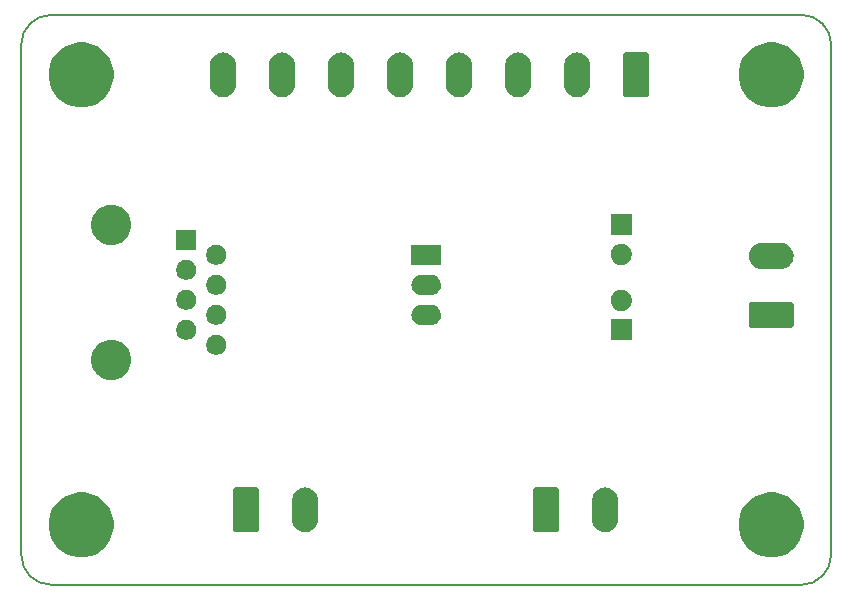
<source format=gbr>
G04 #@! TF.GenerationSoftware,KiCad,Pcbnew,(5.1.4)*
G04 #@! TF.CreationDate,2020-02-25T01:22:36-06:00*
G04 #@! TF.ProjectId,gate board,67617465-2062-46f6-9172-642e6b696361,rev?*
G04 #@! TF.SameCoordinates,Original*
G04 #@! TF.FileFunction,Soldermask,Bot*
G04 #@! TF.FilePolarity,Negative*
%FSLAX46Y46*%
G04 Gerber Fmt 4.6, Leading zero omitted, Abs format (unit mm)*
G04 Created by KiCad (PCBNEW (5.1.4)) date 2020-02-25 01:22:36*
%MOMM*%
%LPD*%
G04 APERTURE LIST*
%ADD10C,0.150000*%
%ADD11C,0.100000*%
G04 APERTURE END LIST*
D10*
X85090000Y-58420000D02*
G75*
G02X82550000Y-60960000I-2540000J0D01*
G01*
X19050000Y-60960000D02*
G75*
G02X16510000Y-58420000I0J2540000D01*
G01*
X16510000Y-15240000D02*
G75*
G02X19050000Y-12700000I2540000J0D01*
G01*
X82550000Y-12700000D02*
G75*
G02X85090000Y-15240000I0J-2540000D01*
G01*
X16510000Y-58420000D02*
X16510000Y-15240000D01*
X82550000Y-60960000D02*
X19050000Y-60960000D01*
X85090000Y-15240000D02*
X85090000Y-58420000D01*
X19050000Y-12700000D02*
X82550000Y-12700000D01*
D11*
G36*
X80812144Y-53235680D02*
G01*
X81312612Y-53442981D01*
X81312613Y-53442982D01*
X81763023Y-53743936D01*
X82146064Y-54126977D01*
X82146065Y-54126979D01*
X82447019Y-54577388D01*
X82654320Y-55077856D01*
X82760000Y-55609147D01*
X82760000Y-56150853D01*
X82654320Y-56682144D01*
X82447019Y-57182612D01*
X82447018Y-57182613D01*
X82146064Y-57633023D01*
X81763023Y-58016064D01*
X81536288Y-58167563D01*
X81312612Y-58317019D01*
X80812144Y-58524320D01*
X80280853Y-58630000D01*
X79739147Y-58630000D01*
X79207856Y-58524320D01*
X78707388Y-58317019D01*
X78483712Y-58167563D01*
X78256977Y-58016064D01*
X77873936Y-57633023D01*
X77572982Y-57182613D01*
X77572981Y-57182612D01*
X77365680Y-56682144D01*
X77260000Y-56150853D01*
X77260000Y-55609147D01*
X77365680Y-55077856D01*
X77572981Y-54577388D01*
X77873935Y-54126979D01*
X77873936Y-54126977D01*
X78256977Y-53743936D01*
X78707387Y-53442982D01*
X78707388Y-53442981D01*
X79207856Y-53235680D01*
X79739147Y-53130000D01*
X80280853Y-53130000D01*
X80812144Y-53235680D01*
X80812144Y-53235680D01*
G37*
G36*
X22392144Y-53235680D02*
G01*
X22892612Y-53442981D01*
X22892613Y-53442982D01*
X23343023Y-53743936D01*
X23726064Y-54126977D01*
X23726065Y-54126979D01*
X24027019Y-54577388D01*
X24234320Y-55077856D01*
X24340000Y-55609147D01*
X24340000Y-56150853D01*
X24234320Y-56682144D01*
X24027019Y-57182612D01*
X24027018Y-57182613D01*
X23726064Y-57633023D01*
X23343023Y-58016064D01*
X23116288Y-58167563D01*
X22892612Y-58317019D01*
X22392144Y-58524320D01*
X21860853Y-58630000D01*
X21319147Y-58630000D01*
X20787856Y-58524320D01*
X20287388Y-58317019D01*
X20063712Y-58167563D01*
X19836977Y-58016064D01*
X19453936Y-57633023D01*
X19152982Y-57182613D01*
X19152981Y-57182612D01*
X18945680Y-56682144D01*
X18840000Y-56150853D01*
X18840000Y-55609147D01*
X18945680Y-55077856D01*
X19152981Y-54577388D01*
X19453935Y-54126979D01*
X19453936Y-54126977D01*
X19836977Y-53743936D01*
X20287387Y-53442982D01*
X20287388Y-53442981D01*
X20787856Y-53235680D01*
X21319147Y-53130000D01*
X21860853Y-53130000D01*
X22392144Y-53235680D01*
X22392144Y-53235680D01*
G37*
G36*
X66175637Y-52725916D02*
G01*
X66244754Y-52746883D01*
X66382989Y-52788816D01*
X66574081Y-52890956D01*
X66574082Y-52890957D01*
X66574084Y-52890958D01*
X66741581Y-53028419D01*
X66879042Y-53195916D01*
X66879044Y-53195919D01*
X66981184Y-53387010D01*
X67044084Y-53594363D01*
X67060000Y-53755962D01*
X67060000Y-55464038D01*
X67044084Y-55625637D01*
X66981184Y-55832990D01*
X66879044Y-56024081D01*
X66879042Y-56024084D01*
X66741581Y-56191581D01*
X66574084Y-56329042D01*
X66574082Y-56329043D01*
X66574081Y-56329044D01*
X66382990Y-56431184D01*
X66275951Y-56463654D01*
X66175638Y-56494084D01*
X65960000Y-56515322D01*
X65744363Y-56494084D01*
X65644050Y-56463654D01*
X65537011Y-56431184D01*
X65345920Y-56329044D01*
X65345919Y-56329043D01*
X65345917Y-56329042D01*
X65178420Y-56191581D01*
X65040959Y-56024084D01*
X65040957Y-56024081D01*
X64938817Y-55832990D01*
X64875916Y-55625637D01*
X64860000Y-55464038D01*
X64860000Y-53755963D01*
X64875916Y-53594364D01*
X64875917Y-53594362D01*
X64896883Y-53525246D01*
X64938816Y-53387011D01*
X65040956Y-53195919D01*
X65040958Y-53195916D01*
X65178419Y-53028419D01*
X65345916Y-52890958D01*
X65345918Y-52890957D01*
X65345919Y-52890956D01*
X65537010Y-52788816D01*
X65675245Y-52746883D01*
X65744362Y-52725916D01*
X65960000Y-52704678D01*
X66175637Y-52725916D01*
X66175637Y-52725916D01*
G37*
G36*
X40775637Y-52725916D02*
G01*
X40844754Y-52746883D01*
X40982989Y-52788816D01*
X41174081Y-52890956D01*
X41174082Y-52890957D01*
X41174084Y-52890958D01*
X41341581Y-53028419D01*
X41479042Y-53195916D01*
X41479044Y-53195919D01*
X41581184Y-53387010D01*
X41644084Y-53594363D01*
X41660000Y-53755962D01*
X41660000Y-55464038D01*
X41644084Y-55625637D01*
X41581184Y-55832990D01*
X41479044Y-56024081D01*
X41479042Y-56024084D01*
X41341581Y-56191581D01*
X41174084Y-56329042D01*
X41174082Y-56329043D01*
X41174081Y-56329044D01*
X40982990Y-56431184D01*
X40875951Y-56463654D01*
X40775638Y-56494084D01*
X40560000Y-56515322D01*
X40344363Y-56494084D01*
X40244050Y-56463654D01*
X40137011Y-56431184D01*
X39945920Y-56329044D01*
X39945919Y-56329043D01*
X39945917Y-56329042D01*
X39778420Y-56191581D01*
X39640959Y-56024084D01*
X39640957Y-56024081D01*
X39538817Y-55832990D01*
X39475916Y-55625637D01*
X39460000Y-55464038D01*
X39460000Y-53755963D01*
X39475916Y-53594364D01*
X39475917Y-53594362D01*
X39496883Y-53525246D01*
X39538816Y-53387011D01*
X39640956Y-53195919D01*
X39640958Y-53195916D01*
X39778419Y-53028419D01*
X39945916Y-52890958D01*
X39945918Y-52890957D01*
X39945919Y-52890956D01*
X40137010Y-52788816D01*
X40275245Y-52746883D01*
X40344362Y-52725916D01*
X40560000Y-52704678D01*
X40775637Y-52725916D01*
X40775637Y-52725916D01*
G37*
G36*
X36468785Y-52714800D02*
G01*
X36513292Y-52728302D01*
X36554316Y-52750229D01*
X36590266Y-52779734D01*
X36619771Y-52815684D01*
X36641698Y-52856708D01*
X36655200Y-52901215D01*
X36660000Y-52949954D01*
X36660000Y-56270046D01*
X36655200Y-56318785D01*
X36641698Y-56363292D01*
X36619771Y-56404316D01*
X36590266Y-56440266D01*
X36554316Y-56469771D01*
X36513292Y-56491698D01*
X36468785Y-56505200D01*
X36420046Y-56510000D01*
X34699954Y-56510000D01*
X34651215Y-56505200D01*
X34606708Y-56491698D01*
X34565684Y-56469771D01*
X34529734Y-56440266D01*
X34500229Y-56404316D01*
X34478302Y-56363292D01*
X34464800Y-56318785D01*
X34460000Y-56270046D01*
X34460000Y-52949954D01*
X34464800Y-52901215D01*
X34478302Y-52856708D01*
X34500229Y-52815684D01*
X34529734Y-52779734D01*
X34565684Y-52750229D01*
X34606708Y-52728302D01*
X34651215Y-52714800D01*
X34699954Y-52710000D01*
X36420046Y-52710000D01*
X36468785Y-52714800D01*
X36468785Y-52714800D01*
G37*
G36*
X61868785Y-52714800D02*
G01*
X61913292Y-52728302D01*
X61954316Y-52750229D01*
X61990266Y-52779734D01*
X62019771Y-52815684D01*
X62041698Y-52856708D01*
X62055200Y-52901215D01*
X62060000Y-52949954D01*
X62060000Y-56270046D01*
X62055200Y-56318785D01*
X62041698Y-56363292D01*
X62019771Y-56404316D01*
X61990266Y-56440266D01*
X61954316Y-56469771D01*
X61913292Y-56491698D01*
X61868785Y-56505200D01*
X61820046Y-56510000D01*
X60099954Y-56510000D01*
X60051215Y-56505200D01*
X60006708Y-56491698D01*
X59965684Y-56469771D01*
X59929734Y-56440266D01*
X59900229Y-56404316D01*
X59878302Y-56363292D01*
X59864800Y-56318785D01*
X59860000Y-56270046D01*
X59860000Y-52949954D01*
X59864800Y-52901215D01*
X59878302Y-52856708D01*
X59900229Y-52815684D01*
X59929734Y-52779734D01*
X59965684Y-52750229D01*
X60006708Y-52728302D01*
X60051215Y-52714800D01*
X60099954Y-52710000D01*
X61820046Y-52710000D01*
X61868785Y-52714800D01*
X61868785Y-52714800D01*
G37*
G36*
X24435054Y-40237374D02*
G01*
X24625872Y-40275330D01*
X24935252Y-40403479D01*
X25213687Y-40589523D01*
X25450477Y-40826313D01*
X25636521Y-41104748D01*
X25764670Y-41414128D01*
X25830000Y-41742565D01*
X25830000Y-42077435D01*
X25764670Y-42405872D01*
X25636521Y-42715252D01*
X25450477Y-42993687D01*
X25213687Y-43230477D01*
X24935252Y-43416521D01*
X24625872Y-43544670D01*
X24461654Y-43577335D01*
X24297437Y-43610000D01*
X23962563Y-43610000D01*
X23798346Y-43577335D01*
X23634128Y-43544670D01*
X23324748Y-43416521D01*
X23046313Y-43230477D01*
X22809523Y-42993687D01*
X22623479Y-42715252D01*
X22495330Y-42405872D01*
X22430000Y-42077435D01*
X22430000Y-41742565D01*
X22495330Y-41414128D01*
X22623479Y-41104748D01*
X22809523Y-40826313D01*
X23046313Y-40589523D01*
X23324748Y-40403479D01*
X23634128Y-40275330D01*
X23824946Y-40237374D01*
X23962563Y-40210000D01*
X24297437Y-40210000D01*
X24435054Y-40237374D01*
X24435054Y-40237374D01*
G37*
G36*
X33267934Y-39822664D02*
G01*
X33422625Y-39886739D01*
X33422626Y-39886740D01*
X33561844Y-39979762D01*
X33680238Y-40098156D01*
X33727065Y-40168238D01*
X33773261Y-40237375D01*
X33837336Y-40392066D01*
X33870000Y-40556281D01*
X33870000Y-40723719D01*
X33837336Y-40887934D01*
X33773261Y-41042625D01*
X33773260Y-41042626D01*
X33680238Y-41181844D01*
X33561844Y-41300238D01*
X33491762Y-41347065D01*
X33422625Y-41393261D01*
X33267934Y-41457336D01*
X33103719Y-41490000D01*
X32936281Y-41490000D01*
X32772066Y-41457336D01*
X32617375Y-41393261D01*
X32548238Y-41347065D01*
X32478156Y-41300238D01*
X32359762Y-41181844D01*
X32266740Y-41042626D01*
X32266739Y-41042625D01*
X32202664Y-40887934D01*
X32170000Y-40723719D01*
X32170000Y-40556281D01*
X32202664Y-40392066D01*
X32266739Y-40237375D01*
X32312935Y-40168238D01*
X32359762Y-40098156D01*
X32478156Y-39979762D01*
X32617374Y-39886740D01*
X32617375Y-39886739D01*
X32772066Y-39822664D01*
X32936281Y-39790000D01*
X33103719Y-39790000D01*
X33267934Y-39822664D01*
X33267934Y-39822664D01*
G37*
G36*
X68210000Y-40270000D02*
G01*
X66410000Y-40270000D01*
X66410000Y-38470000D01*
X68210000Y-38470000D01*
X68210000Y-40270000D01*
X68210000Y-40270000D01*
G37*
G36*
X30727934Y-38552664D02*
G01*
X30882625Y-38616739D01*
X30882626Y-38616740D01*
X31021844Y-38709762D01*
X31140238Y-38828156D01*
X31180957Y-38889096D01*
X31233261Y-38967375D01*
X31297336Y-39122066D01*
X31330000Y-39286281D01*
X31330000Y-39453719D01*
X31297336Y-39617934D01*
X31233261Y-39772625D01*
X31233260Y-39772626D01*
X31140238Y-39911844D01*
X31021844Y-40030238D01*
X30951762Y-40077065D01*
X30882625Y-40123261D01*
X30727934Y-40187336D01*
X30563719Y-40220000D01*
X30396281Y-40220000D01*
X30232066Y-40187336D01*
X30077375Y-40123261D01*
X30008238Y-40077065D01*
X29938156Y-40030238D01*
X29819762Y-39911844D01*
X29726740Y-39772626D01*
X29726739Y-39772625D01*
X29662664Y-39617934D01*
X29630000Y-39453719D01*
X29630000Y-39286281D01*
X29662664Y-39122066D01*
X29726739Y-38967375D01*
X29779043Y-38889096D01*
X29819762Y-38828156D01*
X29938156Y-38709762D01*
X30077374Y-38616740D01*
X30077375Y-38616739D01*
X30232066Y-38552664D01*
X30396281Y-38520000D01*
X30563719Y-38520000D01*
X30727934Y-38552664D01*
X30727934Y-38552664D01*
G37*
G36*
X81718785Y-37004800D02*
G01*
X81763292Y-37018302D01*
X81804316Y-37040229D01*
X81840266Y-37069734D01*
X81869771Y-37105684D01*
X81891698Y-37146708D01*
X81905200Y-37191215D01*
X81910000Y-37239954D01*
X81910000Y-38960046D01*
X81905200Y-39008785D01*
X81891698Y-39053292D01*
X81869771Y-39094316D01*
X81840266Y-39130266D01*
X81804316Y-39159771D01*
X81763292Y-39181698D01*
X81718785Y-39195200D01*
X81670046Y-39200000D01*
X78349954Y-39200000D01*
X78301215Y-39195200D01*
X78256708Y-39181698D01*
X78215684Y-39159771D01*
X78179734Y-39130266D01*
X78150229Y-39094316D01*
X78128302Y-39053292D01*
X78114800Y-39008785D01*
X78110000Y-38960046D01*
X78110000Y-37239954D01*
X78114800Y-37191215D01*
X78128302Y-37146708D01*
X78150229Y-37105684D01*
X78179734Y-37069734D01*
X78215684Y-37040229D01*
X78256708Y-37018302D01*
X78301215Y-37004800D01*
X78349954Y-37000000D01*
X81670046Y-37000000D01*
X81718785Y-37004800D01*
X81718785Y-37004800D01*
G37*
G36*
X51366629Y-37262299D02*
G01*
X51461066Y-37290946D01*
X51526855Y-37310903D01*
X51562452Y-37329930D01*
X51674518Y-37389830D01*
X51803948Y-37496052D01*
X51910170Y-37625482D01*
X51948597Y-37697375D01*
X51989097Y-37773145D01*
X52009054Y-37838934D01*
X52037701Y-37933371D01*
X52054112Y-38100000D01*
X52037701Y-38266629D01*
X52013037Y-38347934D01*
X51989097Y-38426855D01*
X51989096Y-38426856D01*
X51910170Y-38574518D01*
X51803948Y-38703948D01*
X51674518Y-38810170D01*
X51593901Y-38853260D01*
X51526855Y-38889097D01*
X51461066Y-38909054D01*
X51366629Y-38937701D01*
X51241753Y-38950000D01*
X50358247Y-38950000D01*
X50233371Y-38937701D01*
X50138934Y-38909054D01*
X50073145Y-38889097D01*
X50006099Y-38853260D01*
X49925482Y-38810170D01*
X49796052Y-38703948D01*
X49689830Y-38574518D01*
X49610904Y-38426856D01*
X49610903Y-38426855D01*
X49586963Y-38347934D01*
X49562299Y-38266629D01*
X49545888Y-38100000D01*
X49562299Y-37933371D01*
X49590946Y-37838934D01*
X49610903Y-37773145D01*
X49651403Y-37697375D01*
X49689830Y-37625482D01*
X49796052Y-37496052D01*
X49925482Y-37389830D01*
X50037548Y-37329930D01*
X50073145Y-37310903D01*
X50138934Y-37290946D01*
X50233371Y-37262299D01*
X50358247Y-37250000D01*
X51241753Y-37250000D01*
X51366629Y-37262299D01*
X51366629Y-37262299D01*
G37*
G36*
X33267934Y-37282664D02*
G01*
X33422625Y-37346739D01*
X33422626Y-37346740D01*
X33561844Y-37439762D01*
X33680238Y-37558156D01*
X33725223Y-37625481D01*
X33773261Y-37697375D01*
X33837336Y-37852066D01*
X33870000Y-38016281D01*
X33870000Y-38183719D01*
X33837336Y-38347934D01*
X33773261Y-38502625D01*
X33773260Y-38502626D01*
X33680238Y-38641844D01*
X33561844Y-38760238D01*
X33491762Y-38807065D01*
X33422625Y-38853261D01*
X33267934Y-38917336D01*
X33103719Y-38950000D01*
X32936281Y-38950000D01*
X32772066Y-38917336D01*
X32617375Y-38853261D01*
X32548238Y-38807065D01*
X32478156Y-38760238D01*
X32359762Y-38641844D01*
X32266740Y-38502626D01*
X32266739Y-38502625D01*
X32202664Y-38347934D01*
X32170000Y-38183719D01*
X32170000Y-38016281D01*
X32202664Y-37852066D01*
X32266739Y-37697375D01*
X32314777Y-37625481D01*
X32359762Y-37558156D01*
X32478156Y-37439762D01*
X32617374Y-37346740D01*
X32617375Y-37346739D01*
X32772066Y-37282664D01*
X32936281Y-37250000D01*
X33103719Y-37250000D01*
X33267934Y-37282664D01*
X33267934Y-37282664D01*
G37*
G36*
X67514561Y-35993057D02*
G01*
X67572520Y-36004586D01*
X67736310Y-36072430D01*
X67883717Y-36170924D01*
X68009076Y-36296283D01*
X68107570Y-36443690D01*
X68107571Y-36443692D01*
X68175414Y-36607481D01*
X68210000Y-36781356D01*
X68210000Y-36958644D01*
X68198133Y-37018302D01*
X68175414Y-37132520D01*
X68107570Y-37296310D01*
X68009076Y-37443717D01*
X67883717Y-37569076D01*
X67736310Y-37667570D01*
X67572520Y-37735414D01*
X67514561Y-37746943D01*
X67398644Y-37770000D01*
X67221356Y-37770000D01*
X67105439Y-37746943D01*
X67047480Y-37735414D01*
X66883690Y-37667570D01*
X66736283Y-37569076D01*
X66610924Y-37443717D01*
X66512430Y-37296310D01*
X66444586Y-37132520D01*
X66421867Y-37018302D01*
X66410000Y-36958644D01*
X66410000Y-36781356D01*
X66444586Y-36607481D01*
X66512429Y-36443692D01*
X66512430Y-36443690D01*
X66610924Y-36296283D01*
X66736283Y-36170924D01*
X66883690Y-36072430D01*
X67047480Y-36004586D01*
X67105439Y-35993057D01*
X67221356Y-35970000D01*
X67398644Y-35970000D01*
X67514561Y-35993057D01*
X67514561Y-35993057D01*
G37*
G36*
X30727934Y-36012664D02*
G01*
X30882625Y-36076739D01*
X30882626Y-36076740D01*
X31021844Y-36169762D01*
X31140238Y-36288156D01*
X31180957Y-36349096D01*
X31233261Y-36427375D01*
X31297336Y-36582066D01*
X31330000Y-36746281D01*
X31330000Y-36913719D01*
X31297336Y-37077934D01*
X31233261Y-37232625D01*
X31233260Y-37232626D01*
X31140238Y-37371844D01*
X31021844Y-37490238D01*
X30951762Y-37537065D01*
X30882625Y-37583261D01*
X30727934Y-37647336D01*
X30563719Y-37680000D01*
X30396281Y-37680000D01*
X30232066Y-37647336D01*
X30077375Y-37583261D01*
X30008238Y-37537065D01*
X29938156Y-37490238D01*
X29819762Y-37371844D01*
X29726740Y-37232626D01*
X29726739Y-37232625D01*
X29662664Y-37077934D01*
X29630000Y-36913719D01*
X29630000Y-36746281D01*
X29662664Y-36582066D01*
X29726739Y-36427375D01*
X29779043Y-36349096D01*
X29819762Y-36288156D01*
X29938156Y-36169762D01*
X30077374Y-36076740D01*
X30077375Y-36076739D01*
X30232066Y-36012664D01*
X30396281Y-35980000D01*
X30563719Y-35980000D01*
X30727934Y-36012664D01*
X30727934Y-36012664D01*
G37*
G36*
X33267934Y-34742664D02*
G01*
X33422625Y-34806739D01*
X33422626Y-34806740D01*
X33561844Y-34899762D01*
X33680238Y-35018156D01*
X33725223Y-35085481D01*
X33773261Y-35157375D01*
X33837336Y-35312066D01*
X33870000Y-35476281D01*
X33870000Y-35643719D01*
X33837336Y-35807934D01*
X33773261Y-35962625D01*
X33739826Y-36012664D01*
X33680238Y-36101844D01*
X33561844Y-36220238D01*
X33491762Y-36267065D01*
X33422625Y-36313261D01*
X33267934Y-36377336D01*
X33103719Y-36410000D01*
X32936281Y-36410000D01*
X32772066Y-36377336D01*
X32617375Y-36313261D01*
X32548238Y-36267065D01*
X32478156Y-36220238D01*
X32359762Y-36101844D01*
X32300174Y-36012664D01*
X32266739Y-35962625D01*
X32202664Y-35807934D01*
X32170000Y-35643719D01*
X32170000Y-35476281D01*
X32202664Y-35312066D01*
X32266739Y-35157375D01*
X32314777Y-35085481D01*
X32359762Y-35018156D01*
X32478156Y-34899762D01*
X32617374Y-34806740D01*
X32617375Y-34806739D01*
X32772066Y-34742664D01*
X32936281Y-34710000D01*
X33103719Y-34710000D01*
X33267934Y-34742664D01*
X33267934Y-34742664D01*
G37*
G36*
X51366629Y-34722299D02*
G01*
X51461066Y-34750946D01*
X51526855Y-34770903D01*
X51562452Y-34789930D01*
X51674518Y-34849830D01*
X51803948Y-34956052D01*
X51910170Y-35085482D01*
X51948597Y-35157375D01*
X51989097Y-35233145D01*
X52009054Y-35298934D01*
X52037701Y-35393371D01*
X52054112Y-35560000D01*
X52037701Y-35726629D01*
X52013037Y-35807934D01*
X51989097Y-35886855D01*
X51989096Y-35886856D01*
X51910170Y-36034518D01*
X51803948Y-36163948D01*
X51674518Y-36270170D01*
X51593901Y-36313260D01*
X51526855Y-36349097D01*
X51461066Y-36369054D01*
X51366629Y-36397701D01*
X51241753Y-36410000D01*
X50358247Y-36410000D01*
X50233371Y-36397701D01*
X50138934Y-36369054D01*
X50073145Y-36349097D01*
X50006099Y-36313260D01*
X49925482Y-36270170D01*
X49796052Y-36163948D01*
X49689830Y-36034518D01*
X49610904Y-35886856D01*
X49610903Y-35886855D01*
X49586963Y-35807934D01*
X49562299Y-35726629D01*
X49545888Y-35560000D01*
X49562299Y-35393371D01*
X49590946Y-35298934D01*
X49610903Y-35233145D01*
X49651403Y-35157375D01*
X49689830Y-35085482D01*
X49796052Y-34956052D01*
X49925482Y-34849830D01*
X50037548Y-34789930D01*
X50073145Y-34770903D01*
X50138934Y-34750946D01*
X50233371Y-34722299D01*
X50358247Y-34710000D01*
X51241753Y-34710000D01*
X51366629Y-34722299D01*
X51366629Y-34722299D01*
G37*
G36*
X30727934Y-33472664D02*
G01*
X30882625Y-33536739D01*
X30882626Y-33536740D01*
X31021844Y-33629762D01*
X31140238Y-33748156D01*
X31159892Y-33777570D01*
X31233261Y-33887375D01*
X31297336Y-34042066D01*
X31330000Y-34206281D01*
X31330000Y-34373719D01*
X31297336Y-34537934D01*
X31233261Y-34692625D01*
X31233260Y-34692626D01*
X31140238Y-34831844D01*
X31021844Y-34950238D01*
X30951762Y-34997065D01*
X30882625Y-35043261D01*
X30727934Y-35107336D01*
X30563719Y-35140000D01*
X30396281Y-35140000D01*
X30232066Y-35107336D01*
X30077375Y-35043261D01*
X30008238Y-34997065D01*
X29938156Y-34950238D01*
X29819762Y-34831844D01*
X29726740Y-34692626D01*
X29726739Y-34692625D01*
X29662664Y-34537934D01*
X29630000Y-34373719D01*
X29630000Y-34206281D01*
X29662664Y-34042066D01*
X29726739Y-33887375D01*
X29800108Y-33777570D01*
X29819762Y-33748156D01*
X29938156Y-33629762D01*
X30077374Y-33536740D01*
X30077375Y-33536739D01*
X30232066Y-33472664D01*
X30396281Y-33440000D01*
X30563719Y-33440000D01*
X30727934Y-33472664D01*
X30727934Y-33472664D01*
G37*
G36*
X80971771Y-32010611D02*
G01*
X81025638Y-32015916D01*
X81094755Y-32036883D01*
X81232990Y-32078816D01*
X81424081Y-32180956D01*
X81424082Y-32180957D01*
X81424084Y-32180958D01*
X81591581Y-32318419D01*
X81722675Y-32478158D01*
X81729044Y-32485919D01*
X81831184Y-32677010D01*
X81860018Y-32772064D01*
X81894084Y-32884362D01*
X81912234Y-33068642D01*
X81915322Y-33100000D01*
X81894084Y-33315637D01*
X81831184Y-33522990D01*
X81729044Y-33714081D01*
X81729042Y-33714084D01*
X81591581Y-33881581D01*
X81424084Y-34019042D01*
X81424082Y-34019043D01*
X81424081Y-34019044D01*
X81232990Y-34121184D01*
X81094755Y-34163117D01*
X81025638Y-34184084D01*
X80971771Y-34189389D01*
X80864038Y-34200000D01*
X79155962Y-34200000D01*
X79048229Y-34189389D01*
X78994362Y-34184084D01*
X78925245Y-34163117D01*
X78787010Y-34121184D01*
X78595919Y-34019044D01*
X78595918Y-34019043D01*
X78595916Y-34019042D01*
X78428419Y-33881581D01*
X78290958Y-33714084D01*
X78290956Y-33714081D01*
X78188816Y-33522990D01*
X78125916Y-33315637D01*
X78104678Y-33100000D01*
X78107766Y-33068642D01*
X78125916Y-32884362D01*
X78159982Y-32772064D01*
X78188816Y-32677010D01*
X78290956Y-32485919D01*
X78297325Y-32478158D01*
X78428419Y-32318419D01*
X78595916Y-32180958D01*
X78595918Y-32180957D01*
X78595919Y-32180956D01*
X78787010Y-32078816D01*
X78925245Y-32036883D01*
X78994362Y-32015916D01*
X79048229Y-32010611D01*
X79155962Y-32000000D01*
X80864038Y-32000000D01*
X80971771Y-32010611D01*
X80971771Y-32010611D01*
G37*
G36*
X67514561Y-32103057D02*
G01*
X67572520Y-32114586D01*
X67688335Y-32162558D01*
X67732757Y-32180958D01*
X67736310Y-32182430D01*
X67883717Y-32280924D01*
X68009076Y-32406283D01*
X68107570Y-32553690D01*
X68158652Y-32677012D01*
X68175414Y-32717481D01*
X68208609Y-32884362D01*
X68210000Y-32891358D01*
X68210000Y-33068642D01*
X68175414Y-33242520D01*
X68107570Y-33406310D01*
X68009076Y-33553717D01*
X67883717Y-33679076D01*
X67736310Y-33777570D01*
X67572520Y-33845414D01*
X67514561Y-33856943D01*
X67398644Y-33880000D01*
X67221356Y-33880000D01*
X67105439Y-33856943D01*
X67047480Y-33845414D01*
X66883690Y-33777570D01*
X66736283Y-33679076D01*
X66610924Y-33553717D01*
X66512430Y-33406310D01*
X66444586Y-33242520D01*
X66410000Y-33068642D01*
X66410000Y-32891358D01*
X66411392Y-32884362D01*
X66444586Y-32717481D01*
X66461349Y-32677012D01*
X66512430Y-32553690D01*
X66610924Y-32406283D01*
X66736283Y-32280924D01*
X66883690Y-32182430D01*
X66887244Y-32180958D01*
X66931665Y-32162558D01*
X67047480Y-32114586D01*
X67105439Y-32103057D01*
X67221356Y-32080000D01*
X67398644Y-32080000D01*
X67514561Y-32103057D01*
X67514561Y-32103057D01*
G37*
G36*
X33267934Y-32202664D02*
G01*
X33422625Y-32266739D01*
X33443854Y-32280924D01*
X33561844Y-32359762D01*
X33680238Y-32478156D01*
X33680239Y-32478158D01*
X33773261Y-32617375D01*
X33837336Y-32772066D01*
X33870000Y-32936281D01*
X33870000Y-33103719D01*
X33837336Y-33267934D01*
X33773261Y-33422625D01*
X33773260Y-33422626D01*
X33680238Y-33561844D01*
X33561844Y-33680238D01*
X33491762Y-33727065D01*
X33422625Y-33773261D01*
X33267934Y-33837336D01*
X33103719Y-33870000D01*
X32936281Y-33870000D01*
X32772066Y-33837336D01*
X32617375Y-33773261D01*
X32548238Y-33727065D01*
X32478156Y-33680238D01*
X32359762Y-33561844D01*
X32266740Y-33422626D01*
X32266739Y-33422625D01*
X32202664Y-33267934D01*
X32170000Y-33103719D01*
X32170000Y-32936281D01*
X32202664Y-32772066D01*
X32266739Y-32617375D01*
X32359761Y-32478158D01*
X32359762Y-32478156D01*
X32478156Y-32359762D01*
X32596146Y-32280924D01*
X32617375Y-32266739D01*
X32772066Y-32202664D01*
X32936281Y-32170000D01*
X33103719Y-32170000D01*
X33267934Y-32202664D01*
X33267934Y-32202664D01*
G37*
G36*
X52050000Y-33870000D02*
G01*
X49550000Y-33870000D01*
X49550000Y-32170000D01*
X52050000Y-32170000D01*
X52050000Y-33870000D01*
X52050000Y-33870000D01*
G37*
G36*
X31330000Y-32600000D02*
G01*
X29630000Y-32600000D01*
X29630000Y-30900000D01*
X31330000Y-30900000D01*
X31330000Y-32600000D01*
X31330000Y-32600000D01*
G37*
G36*
X24461653Y-28812665D02*
G01*
X24625872Y-28845330D01*
X24935252Y-28973479D01*
X25213687Y-29159523D01*
X25450477Y-29396313D01*
X25636521Y-29674748D01*
X25764670Y-29984128D01*
X25830000Y-30312565D01*
X25830000Y-30647435D01*
X25764670Y-30975872D01*
X25636521Y-31285252D01*
X25450477Y-31563687D01*
X25213687Y-31800477D01*
X24935252Y-31986521D01*
X24625872Y-32114670D01*
X24461653Y-32147335D01*
X24297437Y-32180000D01*
X23962563Y-32180000D01*
X23798347Y-32147335D01*
X23634128Y-32114670D01*
X23324748Y-31986521D01*
X23046313Y-31800477D01*
X22809523Y-31563687D01*
X22623479Y-31285252D01*
X22495330Y-30975872D01*
X22430000Y-30647435D01*
X22430000Y-30312565D01*
X22495330Y-29984128D01*
X22623479Y-29674748D01*
X22809523Y-29396313D01*
X23046313Y-29159523D01*
X23324748Y-28973479D01*
X23634128Y-28845330D01*
X23798347Y-28812665D01*
X23962563Y-28780000D01*
X24297437Y-28780000D01*
X24461653Y-28812665D01*
X24461653Y-28812665D01*
G37*
G36*
X68210000Y-31380000D02*
G01*
X66410000Y-31380000D01*
X66410000Y-29580000D01*
X68210000Y-29580000D01*
X68210000Y-31380000D01*
X68210000Y-31380000D01*
G37*
G36*
X80812144Y-15135680D02*
G01*
X81312612Y-15342981D01*
X81312613Y-15342982D01*
X81763023Y-15643936D01*
X82146064Y-16026977D01*
X82146065Y-16026979D01*
X82447019Y-16477388D01*
X82654320Y-16977856D01*
X82760000Y-17509147D01*
X82760000Y-18050853D01*
X82654320Y-18582144D01*
X82447019Y-19082612D01*
X82447018Y-19082613D01*
X82146064Y-19533023D01*
X81763023Y-19916064D01*
X81536288Y-20067563D01*
X81312612Y-20217019D01*
X80812144Y-20424320D01*
X80280853Y-20530000D01*
X79739147Y-20530000D01*
X79207856Y-20424320D01*
X78707388Y-20217019D01*
X78483712Y-20067563D01*
X78256977Y-19916064D01*
X77873936Y-19533023D01*
X77572982Y-19082613D01*
X77572981Y-19082612D01*
X77365680Y-18582144D01*
X77260000Y-18050853D01*
X77260000Y-17509147D01*
X77365680Y-16977856D01*
X77572981Y-16477388D01*
X77873935Y-16026979D01*
X77873936Y-16026977D01*
X78256977Y-15643936D01*
X78707387Y-15342982D01*
X78707388Y-15342981D01*
X79207856Y-15135680D01*
X79739147Y-15030000D01*
X80280853Y-15030000D01*
X80812144Y-15135680D01*
X80812144Y-15135680D01*
G37*
G36*
X22392144Y-15135680D02*
G01*
X22892612Y-15342981D01*
X22892613Y-15342982D01*
X23343023Y-15643936D01*
X23726064Y-16026977D01*
X23726065Y-16026979D01*
X24027019Y-16477388D01*
X24234320Y-16977856D01*
X24340000Y-17509147D01*
X24340000Y-18050853D01*
X24234320Y-18582144D01*
X24027019Y-19082612D01*
X24027018Y-19082613D01*
X23726064Y-19533023D01*
X23343023Y-19916064D01*
X23116288Y-20067563D01*
X22892612Y-20217019D01*
X22392144Y-20424320D01*
X21860853Y-20530000D01*
X21319147Y-20530000D01*
X20787856Y-20424320D01*
X20287388Y-20217019D01*
X20063712Y-20067563D01*
X19836977Y-19916064D01*
X19453936Y-19533023D01*
X19152982Y-19082613D01*
X19152981Y-19082612D01*
X18945680Y-18582144D01*
X18840000Y-18050853D01*
X18840000Y-17509147D01*
X18945680Y-16977856D01*
X19152981Y-16477388D01*
X19453935Y-16026979D01*
X19453936Y-16026977D01*
X19836977Y-15643936D01*
X20287387Y-15342982D01*
X20287388Y-15342981D01*
X20787856Y-15135680D01*
X21319147Y-15030000D01*
X21860853Y-15030000D01*
X22392144Y-15135680D01*
X22392144Y-15135680D01*
G37*
G36*
X43795638Y-15895916D02*
G01*
X43864755Y-15916883D01*
X44002990Y-15958816D01*
X44194081Y-16060956D01*
X44194082Y-16060957D01*
X44194084Y-16060958D01*
X44361581Y-16198419D01*
X44499042Y-16365916D01*
X44499044Y-16365919D01*
X44601184Y-16557010D01*
X44664084Y-16764363D01*
X44680000Y-16925962D01*
X44680000Y-18634038D01*
X44664084Y-18795637D01*
X44601184Y-19002990D01*
X44499044Y-19194081D01*
X44499042Y-19194084D01*
X44361581Y-19361581D01*
X44194084Y-19499042D01*
X44194082Y-19499043D01*
X44194081Y-19499044D01*
X44002989Y-19601184D01*
X43895950Y-19633654D01*
X43795637Y-19664084D01*
X43580000Y-19685322D01*
X43364362Y-19664084D01*
X43264049Y-19633654D01*
X43157010Y-19601184D01*
X42965919Y-19499044D01*
X42965918Y-19499043D01*
X42965916Y-19499042D01*
X42798419Y-19361581D01*
X42660958Y-19194084D01*
X42601376Y-19082613D01*
X42558816Y-19002989D01*
X42516883Y-18864754D01*
X42495916Y-18795637D01*
X42480000Y-18634035D01*
X42480000Y-16925964D01*
X42495916Y-16764362D01*
X42516883Y-16695245D01*
X42558817Y-16557010D01*
X42660957Y-16365919D01*
X42660959Y-16365916D01*
X42798420Y-16198419D01*
X42965917Y-16060958D01*
X42965919Y-16060957D01*
X42965920Y-16060956D01*
X43157011Y-15958816D01*
X43295246Y-15916883D01*
X43364363Y-15895916D01*
X43580000Y-15874678D01*
X43795638Y-15895916D01*
X43795638Y-15895916D01*
G37*
G36*
X63795638Y-15895916D02*
G01*
X63864755Y-15916883D01*
X64002990Y-15958816D01*
X64194081Y-16060956D01*
X64194082Y-16060957D01*
X64194084Y-16060958D01*
X64361581Y-16198419D01*
X64499042Y-16365916D01*
X64499044Y-16365919D01*
X64601184Y-16557010D01*
X64664084Y-16764363D01*
X64680000Y-16925962D01*
X64680000Y-18634038D01*
X64664084Y-18795637D01*
X64601184Y-19002990D01*
X64499044Y-19194081D01*
X64499042Y-19194084D01*
X64361581Y-19361581D01*
X64194084Y-19499042D01*
X64194082Y-19499043D01*
X64194081Y-19499044D01*
X64002989Y-19601184D01*
X63895950Y-19633654D01*
X63795637Y-19664084D01*
X63580000Y-19685322D01*
X63364362Y-19664084D01*
X63264049Y-19633654D01*
X63157010Y-19601184D01*
X62965919Y-19499044D01*
X62965918Y-19499043D01*
X62965916Y-19499042D01*
X62798419Y-19361581D01*
X62660958Y-19194084D01*
X62601376Y-19082613D01*
X62558816Y-19002989D01*
X62516883Y-18864754D01*
X62495916Y-18795637D01*
X62480000Y-18634035D01*
X62480000Y-16925964D01*
X62495916Y-16764362D01*
X62516883Y-16695245D01*
X62558817Y-16557010D01*
X62660957Y-16365919D01*
X62660959Y-16365916D01*
X62798420Y-16198419D01*
X62965917Y-16060958D01*
X62965919Y-16060957D01*
X62965920Y-16060956D01*
X63157011Y-15958816D01*
X63295246Y-15916883D01*
X63364363Y-15895916D01*
X63580000Y-15874678D01*
X63795638Y-15895916D01*
X63795638Y-15895916D01*
G37*
G36*
X58795638Y-15895916D02*
G01*
X58864755Y-15916883D01*
X59002990Y-15958816D01*
X59194081Y-16060956D01*
X59194082Y-16060957D01*
X59194084Y-16060958D01*
X59361581Y-16198419D01*
X59499042Y-16365916D01*
X59499044Y-16365919D01*
X59601184Y-16557010D01*
X59664084Y-16764363D01*
X59680000Y-16925962D01*
X59680000Y-18634038D01*
X59664084Y-18795637D01*
X59601184Y-19002990D01*
X59499044Y-19194081D01*
X59499042Y-19194084D01*
X59361581Y-19361581D01*
X59194084Y-19499042D01*
X59194082Y-19499043D01*
X59194081Y-19499044D01*
X59002989Y-19601184D01*
X58895950Y-19633654D01*
X58795637Y-19664084D01*
X58580000Y-19685322D01*
X58364362Y-19664084D01*
X58264049Y-19633654D01*
X58157010Y-19601184D01*
X57965919Y-19499044D01*
X57965918Y-19499043D01*
X57965916Y-19499042D01*
X57798419Y-19361581D01*
X57660958Y-19194084D01*
X57601376Y-19082613D01*
X57558816Y-19002989D01*
X57516883Y-18864754D01*
X57495916Y-18795637D01*
X57480000Y-18634035D01*
X57480000Y-16925964D01*
X57495916Y-16764362D01*
X57516883Y-16695245D01*
X57558817Y-16557010D01*
X57660957Y-16365919D01*
X57660959Y-16365916D01*
X57798420Y-16198419D01*
X57965917Y-16060958D01*
X57965919Y-16060957D01*
X57965920Y-16060956D01*
X58157011Y-15958816D01*
X58295246Y-15916883D01*
X58364363Y-15895916D01*
X58580000Y-15874678D01*
X58795638Y-15895916D01*
X58795638Y-15895916D01*
G37*
G36*
X53795638Y-15895916D02*
G01*
X53864755Y-15916883D01*
X54002990Y-15958816D01*
X54194081Y-16060956D01*
X54194082Y-16060957D01*
X54194084Y-16060958D01*
X54361581Y-16198419D01*
X54499042Y-16365916D01*
X54499044Y-16365919D01*
X54601184Y-16557010D01*
X54664084Y-16764363D01*
X54680000Y-16925962D01*
X54680000Y-18634038D01*
X54664084Y-18795637D01*
X54601184Y-19002990D01*
X54499044Y-19194081D01*
X54499042Y-19194084D01*
X54361581Y-19361581D01*
X54194084Y-19499042D01*
X54194082Y-19499043D01*
X54194081Y-19499044D01*
X54002989Y-19601184D01*
X53895950Y-19633654D01*
X53795637Y-19664084D01*
X53580000Y-19685322D01*
X53364362Y-19664084D01*
X53264049Y-19633654D01*
X53157010Y-19601184D01*
X52965919Y-19499044D01*
X52965918Y-19499043D01*
X52965916Y-19499042D01*
X52798419Y-19361581D01*
X52660958Y-19194084D01*
X52601376Y-19082613D01*
X52558816Y-19002989D01*
X52516883Y-18864754D01*
X52495916Y-18795637D01*
X52480000Y-18634035D01*
X52480000Y-16925964D01*
X52495916Y-16764362D01*
X52516883Y-16695245D01*
X52558817Y-16557010D01*
X52660957Y-16365919D01*
X52660959Y-16365916D01*
X52798420Y-16198419D01*
X52965917Y-16060958D01*
X52965919Y-16060957D01*
X52965920Y-16060956D01*
X53157011Y-15958816D01*
X53295246Y-15916883D01*
X53364363Y-15895916D01*
X53580000Y-15874678D01*
X53795638Y-15895916D01*
X53795638Y-15895916D01*
G37*
G36*
X48795638Y-15895916D02*
G01*
X48864755Y-15916883D01*
X49002990Y-15958816D01*
X49194081Y-16060956D01*
X49194082Y-16060957D01*
X49194084Y-16060958D01*
X49361581Y-16198419D01*
X49499042Y-16365916D01*
X49499044Y-16365919D01*
X49601184Y-16557010D01*
X49664084Y-16764363D01*
X49680000Y-16925962D01*
X49680000Y-18634038D01*
X49664084Y-18795637D01*
X49601184Y-19002990D01*
X49499044Y-19194081D01*
X49499042Y-19194084D01*
X49361581Y-19361581D01*
X49194084Y-19499042D01*
X49194082Y-19499043D01*
X49194081Y-19499044D01*
X49002989Y-19601184D01*
X48895950Y-19633654D01*
X48795637Y-19664084D01*
X48580000Y-19685322D01*
X48364362Y-19664084D01*
X48264049Y-19633654D01*
X48157010Y-19601184D01*
X47965919Y-19499044D01*
X47965918Y-19499043D01*
X47965916Y-19499042D01*
X47798419Y-19361581D01*
X47660958Y-19194084D01*
X47601376Y-19082613D01*
X47558816Y-19002989D01*
X47516883Y-18864754D01*
X47495916Y-18795637D01*
X47480000Y-18634035D01*
X47480000Y-16925964D01*
X47495916Y-16764362D01*
X47516883Y-16695245D01*
X47558817Y-16557010D01*
X47660957Y-16365919D01*
X47660959Y-16365916D01*
X47798420Y-16198419D01*
X47965917Y-16060958D01*
X47965919Y-16060957D01*
X47965920Y-16060956D01*
X48157011Y-15958816D01*
X48295246Y-15916883D01*
X48364363Y-15895916D01*
X48580000Y-15874678D01*
X48795638Y-15895916D01*
X48795638Y-15895916D01*
G37*
G36*
X38795638Y-15895916D02*
G01*
X38864755Y-15916883D01*
X39002990Y-15958816D01*
X39194081Y-16060956D01*
X39194082Y-16060957D01*
X39194084Y-16060958D01*
X39361581Y-16198419D01*
X39499042Y-16365916D01*
X39499044Y-16365919D01*
X39601184Y-16557010D01*
X39664084Y-16764363D01*
X39680000Y-16925962D01*
X39680000Y-18634038D01*
X39664084Y-18795637D01*
X39601184Y-19002990D01*
X39499044Y-19194081D01*
X39499042Y-19194084D01*
X39361581Y-19361581D01*
X39194084Y-19499042D01*
X39194082Y-19499043D01*
X39194081Y-19499044D01*
X39002989Y-19601184D01*
X38895950Y-19633654D01*
X38795637Y-19664084D01*
X38580000Y-19685322D01*
X38364362Y-19664084D01*
X38264049Y-19633654D01*
X38157010Y-19601184D01*
X37965919Y-19499044D01*
X37965918Y-19499043D01*
X37965916Y-19499042D01*
X37798419Y-19361581D01*
X37660958Y-19194084D01*
X37601376Y-19082613D01*
X37558816Y-19002989D01*
X37516883Y-18864754D01*
X37495916Y-18795637D01*
X37480000Y-18634035D01*
X37480000Y-16925964D01*
X37495916Y-16764362D01*
X37516883Y-16695245D01*
X37558817Y-16557010D01*
X37660957Y-16365919D01*
X37660959Y-16365916D01*
X37798420Y-16198419D01*
X37965917Y-16060958D01*
X37965919Y-16060957D01*
X37965920Y-16060956D01*
X38157011Y-15958816D01*
X38295246Y-15916883D01*
X38364363Y-15895916D01*
X38580000Y-15874678D01*
X38795638Y-15895916D01*
X38795638Y-15895916D01*
G37*
G36*
X33795638Y-15895916D02*
G01*
X33864755Y-15916883D01*
X34002990Y-15958816D01*
X34194081Y-16060956D01*
X34194082Y-16060957D01*
X34194084Y-16060958D01*
X34361581Y-16198419D01*
X34499042Y-16365916D01*
X34499044Y-16365919D01*
X34601184Y-16557010D01*
X34664084Y-16764363D01*
X34680000Y-16925962D01*
X34680000Y-18634038D01*
X34664084Y-18795637D01*
X34601184Y-19002990D01*
X34499044Y-19194081D01*
X34499042Y-19194084D01*
X34361581Y-19361581D01*
X34194084Y-19499042D01*
X34194082Y-19499043D01*
X34194081Y-19499044D01*
X34002989Y-19601184D01*
X33895950Y-19633654D01*
X33795637Y-19664084D01*
X33580000Y-19685322D01*
X33364362Y-19664084D01*
X33264049Y-19633654D01*
X33157010Y-19601184D01*
X32965919Y-19499044D01*
X32965918Y-19499043D01*
X32965916Y-19499042D01*
X32798419Y-19361581D01*
X32660958Y-19194084D01*
X32601376Y-19082613D01*
X32558816Y-19002989D01*
X32516883Y-18864754D01*
X32495916Y-18795637D01*
X32480000Y-18634035D01*
X32480000Y-16925964D01*
X32495916Y-16764362D01*
X32516883Y-16695245D01*
X32558817Y-16557010D01*
X32660957Y-16365919D01*
X32660959Y-16365916D01*
X32798420Y-16198419D01*
X32965917Y-16060958D01*
X32965919Y-16060957D01*
X32965920Y-16060956D01*
X33157011Y-15958816D01*
X33295246Y-15916883D01*
X33364363Y-15895916D01*
X33580000Y-15874678D01*
X33795638Y-15895916D01*
X33795638Y-15895916D01*
G37*
G36*
X69488785Y-15884800D02*
G01*
X69533292Y-15898302D01*
X69574316Y-15920229D01*
X69610266Y-15949734D01*
X69639771Y-15985684D01*
X69661698Y-16026708D01*
X69675200Y-16071215D01*
X69680000Y-16119954D01*
X69680000Y-19440046D01*
X69675200Y-19488785D01*
X69661698Y-19533292D01*
X69639771Y-19574316D01*
X69610266Y-19610266D01*
X69574316Y-19639771D01*
X69533292Y-19661698D01*
X69488785Y-19675200D01*
X69440046Y-19680000D01*
X67719954Y-19680000D01*
X67671215Y-19675200D01*
X67626708Y-19661698D01*
X67585684Y-19639771D01*
X67549734Y-19610266D01*
X67520229Y-19574316D01*
X67498302Y-19533292D01*
X67484800Y-19488785D01*
X67480000Y-19440046D01*
X67480000Y-16119954D01*
X67484800Y-16071215D01*
X67498302Y-16026708D01*
X67520229Y-15985684D01*
X67549734Y-15949734D01*
X67585684Y-15920229D01*
X67626708Y-15898302D01*
X67671215Y-15884800D01*
X67719954Y-15880000D01*
X69440046Y-15880000D01*
X69488785Y-15884800D01*
X69488785Y-15884800D01*
G37*
M02*

</source>
